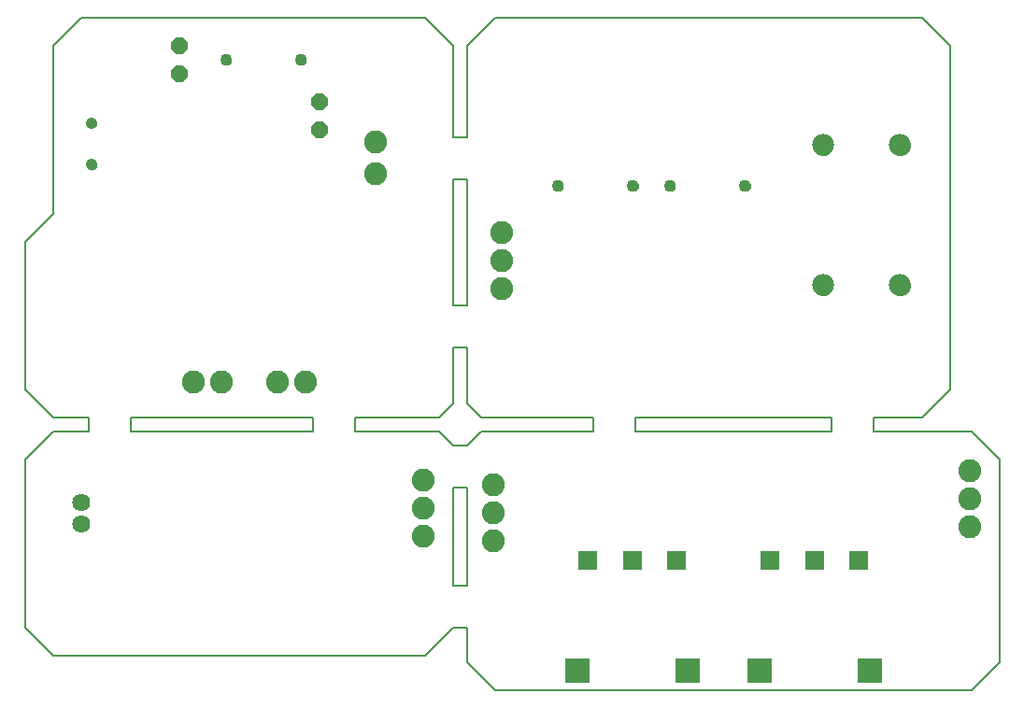
<source format=gbs>
G75*
%MOIN*%
%OFA0B0*%
%FSLAX25Y25*%
%IPPOS*%
%LPD*%
%AMOC8*
5,1,8,0,0,1.08239X$1,22.5*
%
%ADD10C,0.00600*%
%ADD11C,0.08200*%
%ADD12OC8,0.06000*%
%ADD13C,0.06400*%
%ADD14C,0.00000*%
%ADD15C,0.04343*%
%ADD16C,0.07800*%
%ADD17R,0.06737X0.06737*%
%ADD18R,0.09068X0.09068*%
%ADD19C,0.04146*%
D10*
X0018800Y0024459D02*
X0008800Y0034459D01*
X0008800Y0094459D01*
X0018800Y0104459D01*
X0031300Y0104459D01*
X0031300Y0109459D01*
X0018800Y0109459D01*
X0008800Y0119459D01*
X0008800Y0171959D01*
X0018800Y0181959D01*
X0018800Y0241959D01*
X0028800Y0251959D01*
X0151300Y0251959D01*
X0161300Y0241959D01*
X0161300Y0209459D01*
X0166300Y0209459D01*
X0166300Y0241959D01*
X0176300Y0251959D01*
X0328800Y0251959D01*
X0338800Y0241959D01*
X0338800Y0119459D01*
X0328800Y0109459D01*
X0311300Y0109459D01*
X0311300Y0104459D01*
X0346300Y0104459D01*
X0356300Y0094459D01*
X0356300Y0021959D01*
X0346300Y0011959D01*
X0176300Y0011959D01*
X0166300Y0021959D01*
X0166300Y0034459D01*
X0161300Y0034459D01*
X0151300Y0024459D01*
X0018800Y0024459D01*
X0046300Y0104459D02*
X0111300Y0104459D01*
X0111300Y0109459D01*
X0046300Y0109459D01*
X0046300Y0104459D01*
X0126300Y0104459D02*
X0156300Y0104459D01*
X0161300Y0099459D01*
X0166300Y0099459D01*
X0171300Y0104459D01*
X0211300Y0104459D01*
X0211300Y0109459D01*
X0171300Y0109459D01*
X0166300Y0114459D01*
X0166300Y0134459D01*
X0161300Y0134459D01*
X0161300Y0114459D01*
X0156300Y0109459D01*
X0126300Y0109459D01*
X0126300Y0104459D01*
X0161300Y0084459D02*
X0161300Y0049459D01*
X0166300Y0049459D01*
X0166300Y0084459D01*
X0161300Y0084459D01*
X0226300Y0104459D02*
X0296300Y0104459D01*
X0296300Y0109459D01*
X0226300Y0109459D01*
X0226300Y0104459D01*
X0166300Y0149459D02*
X0161300Y0149459D01*
X0161300Y0194459D01*
X0166300Y0194459D01*
X0166300Y0149459D01*
D11*
X0178800Y0155384D03*
X0178800Y0165384D03*
X0178800Y0175384D03*
X0133800Y0196259D03*
X0133800Y0207659D03*
X0108800Y0121959D03*
X0098800Y0121959D03*
X0078800Y0121959D03*
X0068800Y0121959D03*
X0150650Y0086959D03*
X0150650Y0076959D03*
X0150650Y0066959D03*
X0175650Y0065384D03*
X0175650Y0075384D03*
X0175650Y0085384D03*
X0345650Y0090384D03*
X0345650Y0080384D03*
X0345650Y0070384D03*
D12*
X0113800Y0211959D03*
X0113800Y0221959D03*
X0063800Y0231959D03*
X0063800Y0241959D03*
D13*
X0028800Y0079045D03*
X0028800Y0071171D03*
D14*
X0197067Y0191959D02*
X0197069Y0192043D01*
X0197075Y0192126D01*
X0197085Y0192209D01*
X0197099Y0192292D01*
X0197116Y0192374D01*
X0197138Y0192455D01*
X0197163Y0192534D01*
X0197192Y0192613D01*
X0197225Y0192690D01*
X0197261Y0192765D01*
X0197301Y0192839D01*
X0197344Y0192911D01*
X0197391Y0192980D01*
X0197441Y0193047D01*
X0197494Y0193112D01*
X0197550Y0193174D01*
X0197608Y0193234D01*
X0197670Y0193291D01*
X0197734Y0193344D01*
X0197801Y0193395D01*
X0197870Y0193442D01*
X0197941Y0193487D01*
X0198014Y0193527D01*
X0198089Y0193564D01*
X0198166Y0193598D01*
X0198244Y0193628D01*
X0198323Y0193654D01*
X0198404Y0193677D01*
X0198486Y0193695D01*
X0198568Y0193710D01*
X0198651Y0193721D01*
X0198734Y0193728D01*
X0198818Y0193731D01*
X0198902Y0193730D01*
X0198985Y0193725D01*
X0199069Y0193716D01*
X0199151Y0193703D01*
X0199233Y0193687D01*
X0199314Y0193666D01*
X0199395Y0193642D01*
X0199473Y0193614D01*
X0199551Y0193582D01*
X0199627Y0193546D01*
X0199701Y0193507D01*
X0199773Y0193465D01*
X0199843Y0193419D01*
X0199911Y0193370D01*
X0199976Y0193318D01*
X0200039Y0193263D01*
X0200099Y0193205D01*
X0200157Y0193144D01*
X0200211Y0193080D01*
X0200263Y0193014D01*
X0200311Y0192946D01*
X0200356Y0192875D01*
X0200397Y0192802D01*
X0200436Y0192728D01*
X0200470Y0192652D01*
X0200501Y0192574D01*
X0200528Y0192495D01*
X0200552Y0192414D01*
X0200571Y0192333D01*
X0200587Y0192251D01*
X0200599Y0192168D01*
X0200607Y0192084D01*
X0200611Y0192001D01*
X0200611Y0191917D01*
X0200607Y0191834D01*
X0200599Y0191750D01*
X0200587Y0191667D01*
X0200571Y0191585D01*
X0200552Y0191504D01*
X0200528Y0191423D01*
X0200501Y0191344D01*
X0200470Y0191266D01*
X0200436Y0191190D01*
X0200397Y0191116D01*
X0200356Y0191043D01*
X0200311Y0190972D01*
X0200263Y0190904D01*
X0200211Y0190838D01*
X0200157Y0190774D01*
X0200099Y0190713D01*
X0200039Y0190655D01*
X0199976Y0190600D01*
X0199911Y0190548D01*
X0199843Y0190499D01*
X0199773Y0190453D01*
X0199701Y0190411D01*
X0199627Y0190372D01*
X0199551Y0190336D01*
X0199473Y0190304D01*
X0199395Y0190276D01*
X0199314Y0190252D01*
X0199233Y0190231D01*
X0199151Y0190215D01*
X0199069Y0190202D01*
X0198985Y0190193D01*
X0198902Y0190188D01*
X0198818Y0190187D01*
X0198734Y0190190D01*
X0198651Y0190197D01*
X0198568Y0190208D01*
X0198486Y0190223D01*
X0198404Y0190241D01*
X0198323Y0190264D01*
X0198244Y0190290D01*
X0198166Y0190320D01*
X0198089Y0190354D01*
X0198014Y0190391D01*
X0197941Y0190431D01*
X0197870Y0190476D01*
X0197801Y0190523D01*
X0197734Y0190574D01*
X0197670Y0190627D01*
X0197608Y0190684D01*
X0197550Y0190744D01*
X0197494Y0190806D01*
X0197441Y0190871D01*
X0197391Y0190938D01*
X0197344Y0191007D01*
X0197301Y0191079D01*
X0197261Y0191153D01*
X0197225Y0191228D01*
X0197192Y0191305D01*
X0197163Y0191384D01*
X0197138Y0191463D01*
X0197116Y0191544D01*
X0197099Y0191626D01*
X0197085Y0191709D01*
X0197075Y0191792D01*
X0197069Y0191875D01*
X0197067Y0191959D01*
X0223839Y0191959D02*
X0223841Y0192043D01*
X0223847Y0192126D01*
X0223857Y0192209D01*
X0223871Y0192292D01*
X0223888Y0192374D01*
X0223910Y0192455D01*
X0223935Y0192534D01*
X0223964Y0192613D01*
X0223997Y0192690D01*
X0224033Y0192765D01*
X0224073Y0192839D01*
X0224116Y0192911D01*
X0224163Y0192980D01*
X0224213Y0193047D01*
X0224266Y0193112D01*
X0224322Y0193174D01*
X0224380Y0193234D01*
X0224442Y0193291D01*
X0224506Y0193344D01*
X0224573Y0193395D01*
X0224642Y0193442D01*
X0224713Y0193487D01*
X0224786Y0193527D01*
X0224861Y0193564D01*
X0224938Y0193598D01*
X0225016Y0193628D01*
X0225095Y0193654D01*
X0225176Y0193677D01*
X0225258Y0193695D01*
X0225340Y0193710D01*
X0225423Y0193721D01*
X0225506Y0193728D01*
X0225590Y0193731D01*
X0225674Y0193730D01*
X0225757Y0193725D01*
X0225841Y0193716D01*
X0225923Y0193703D01*
X0226005Y0193687D01*
X0226086Y0193666D01*
X0226167Y0193642D01*
X0226245Y0193614D01*
X0226323Y0193582D01*
X0226399Y0193546D01*
X0226473Y0193507D01*
X0226545Y0193465D01*
X0226615Y0193419D01*
X0226683Y0193370D01*
X0226748Y0193318D01*
X0226811Y0193263D01*
X0226871Y0193205D01*
X0226929Y0193144D01*
X0226983Y0193080D01*
X0227035Y0193014D01*
X0227083Y0192946D01*
X0227128Y0192875D01*
X0227169Y0192802D01*
X0227208Y0192728D01*
X0227242Y0192652D01*
X0227273Y0192574D01*
X0227300Y0192495D01*
X0227324Y0192414D01*
X0227343Y0192333D01*
X0227359Y0192251D01*
X0227371Y0192168D01*
X0227379Y0192084D01*
X0227383Y0192001D01*
X0227383Y0191917D01*
X0227379Y0191834D01*
X0227371Y0191750D01*
X0227359Y0191667D01*
X0227343Y0191585D01*
X0227324Y0191504D01*
X0227300Y0191423D01*
X0227273Y0191344D01*
X0227242Y0191266D01*
X0227208Y0191190D01*
X0227169Y0191116D01*
X0227128Y0191043D01*
X0227083Y0190972D01*
X0227035Y0190904D01*
X0226983Y0190838D01*
X0226929Y0190774D01*
X0226871Y0190713D01*
X0226811Y0190655D01*
X0226748Y0190600D01*
X0226683Y0190548D01*
X0226615Y0190499D01*
X0226545Y0190453D01*
X0226473Y0190411D01*
X0226399Y0190372D01*
X0226323Y0190336D01*
X0226245Y0190304D01*
X0226167Y0190276D01*
X0226086Y0190252D01*
X0226005Y0190231D01*
X0225923Y0190215D01*
X0225841Y0190202D01*
X0225757Y0190193D01*
X0225674Y0190188D01*
X0225590Y0190187D01*
X0225506Y0190190D01*
X0225423Y0190197D01*
X0225340Y0190208D01*
X0225258Y0190223D01*
X0225176Y0190241D01*
X0225095Y0190264D01*
X0225016Y0190290D01*
X0224938Y0190320D01*
X0224861Y0190354D01*
X0224786Y0190391D01*
X0224713Y0190431D01*
X0224642Y0190476D01*
X0224573Y0190523D01*
X0224506Y0190574D01*
X0224442Y0190627D01*
X0224380Y0190684D01*
X0224322Y0190744D01*
X0224266Y0190806D01*
X0224213Y0190871D01*
X0224163Y0190938D01*
X0224116Y0191007D01*
X0224073Y0191079D01*
X0224033Y0191153D01*
X0223997Y0191228D01*
X0223964Y0191305D01*
X0223935Y0191384D01*
X0223910Y0191463D01*
X0223888Y0191544D01*
X0223871Y0191626D01*
X0223857Y0191709D01*
X0223847Y0191792D01*
X0223841Y0191875D01*
X0223839Y0191959D01*
X0237067Y0191959D02*
X0237069Y0192043D01*
X0237075Y0192126D01*
X0237085Y0192209D01*
X0237099Y0192292D01*
X0237116Y0192374D01*
X0237138Y0192455D01*
X0237163Y0192534D01*
X0237192Y0192613D01*
X0237225Y0192690D01*
X0237261Y0192765D01*
X0237301Y0192839D01*
X0237344Y0192911D01*
X0237391Y0192980D01*
X0237441Y0193047D01*
X0237494Y0193112D01*
X0237550Y0193174D01*
X0237608Y0193234D01*
X0237670Y0193291D01*
X0237734Y0193344D01*
X0237801Y0193395D01*
X0237870Y0193442D01*
X0237941Y0193487D01*
X0238014Y0193527D01*
X0238089Y0193564D01*
X0238166Y0193598D01*
X0238244Y0193628D01*
X0238323Y0193654D01*
X0238404Y0193677D01*
X0238486Y0193695D01*
X0238568Y0193710D01*
X0238651Y0193721D01*
X0238734Y0193728D01*
X0238818Y0193731D01*
X0238902Y0193730D01*
X0238985Y0193725D01*
X0239069Y0193716D01*
X0239151Y0193703D01*
X0239233Y0193687D01*
X0239314Y0193666D01*
X0239395Y0193642D01*
X0239473Y0193614D01*
X0239551Y0193582D01*
X0239627Y0193546D01*
X0239701Y0193507D01*
X0239773Y0193465D01*
X0239843Y0193419D01*
X0239911Y0193370D01*
X0239976Y0193318D01*
X0240039Y0193263D01*
X0240099Y0193205D01*
X0240157Y0193144D01*
X0240211Y0193080D01*
X0240263Y0193014D01*
X0240311Y0192946D01*
X0240356Y0192875D01*
X0240397Y0192802D01*
X0240436Y0192728D01*
X0240470Y0192652D01*
X0240501Y0192574D01*
X0240528Y0192495D01*
X0240552Y0192414D01*
X0240571Y0192333D01*
X0240587Y0192251D01*
X0240599Y0192168D01*
X0240607Y0192084D01*
X0240611Y0192001D01*
X0240611Y0191917D01*
X0240607Y0191834D01*
X0240599Y0191750D01*
X0240587Y0191667D01*
X0240571Y0191585D01*
X0240552Y0191504D01*
X0240528Y0191423D01*
X0240501Y0191344D01*
X0240470Y0191266D01*
X0240436Y0191190D01*
X0240397Y0191116D01*
X0240356Y0191043D01*
X0240311Y0190972D01*
X0240263Y0190904D01*
X0240211Y0190838D01*
X0240157Y0190774D01*
X0240099Y0190713D01*
X0240039Y0190655D01*
X0239976Y0190600D01*
X0239911Y0190548D01*
X0239843Y0190499D01*
X0239773Y0190453D01*
X0239701Y0190411D01*
X0239627Y0190372D01*
X0239551Y0190336D01*
X0239473Y0190304D01*
X0239395Y0190276D01*
X0239314Y0190252D01*
X0239233Y0190231D01*
X0239151Y0190215D01*
X0239069Y0190202D01*
X0238985Y0190193D01*
X0238902Y0190188D01*
X0238818Y0190187D01*
X0238734Y0190190D01*
X0238651Y0190197D01*
X0238568Y0190208D01*
X0238486Y0190223D01*
X0238404Y0190241D01*
X0238323Y0190264D01*
X0238244Y0190290D01*
X0238166Y0190320D01*
X0238089Y0190354D01*
X0238014Y0190391D01*
X0237941Y0190431D01*
X0237870Y0190476D01*
X0237801Y0190523D01*
X0237734Y0190574D01*
X0237670Y0190627D01*
X0237608Y0190684D01*
X0237550Y0190744D01*
X0237494Y0190806D01*
X0237441Y0190871D01*
X0237391Y0190938D01*
X0237344Y0191007D01*
X0237301Y0191079D01*
X0237261Y0191153D01*
X0237225Y0191228D01*
X0237192Y0191305D01*
X0237163Y0191384D01*
X0237138Y0191463D01*
X0237116Y0191544D01*
X0237099Y0191626D01*
X0237085Y0191709D01*
X0237075Y0191792D01*
X0237069Y0191875D01*
X0237067Y0191959D01*
X0263839Y0191959D02*
X0263841Y0192043D01*
X0263847Y0192126D01*
X0263857Y0192209D01*
X0263871Y0192292D01*
X0263888Y0192374D01*
X0263910Y0192455D01*
X0263935Y0192534D01*
X0263964Y0192613D01*
X0263997Y0192690D01*
X0264033Y0192765D01*
X0264073Y0192839D01*
X0264116Y0192911D01*
X0264163Y0192980D01*
X0264213Y0193047D01*
X0264266Y0193112D01*
X0264322Y0193174D01*
X0264380Y0193234D01*
X0264442Y0193291D01*
X0264506Y0193344D01*
X0264573Y0193395D01*
X0264642Y0193442D01*
X0264713Y0193487D01*
X0264786Y0193527D01*
X0264861Y0193564D01*
X0264938Y0193598D01*
X0265016Y0193628D01*
X0265095Y0193654D01*
X0265176Y0193677D01*
X0265258Y0193695D01*
X0265340Y0193710D01*
X0265423Y0193721D01*
X0265506Y0193728D01*
X0265590Y0193731D01*
X0265674Y0193730D01*
X0265757Y0193725D01*
X0265841Y0193716D01*
X0265923Y0193703D01*
X0266005Y0193687D01*
X0266086Y0193666D01*
X0266167Y0193642D01*
X0266245Y0193614D01*
X0266323Y0193582D01*
X0266399Y0193546D01*
X0266473Y0193507D01*
X0266545Y0193465D01*
X0266615Y0193419D01*
X0266683Y0193370D01*
X0266748Y0193318D01*
X0266811Y0193263D01*
X0266871Y0193205D01*
X0266929Y0193144D01*
X0266983Y0193080D01*
X0267035Y0193014D01*
X0267083Y0192946D01*
X0267128Y0192875D01*
X0267169Y0192802D01*
X0267208Y0192728D01*
X0267242Y0192652D01*
X0267273Y0192574D01*
X0267300Y0192495D01*
X0267324Y0192414D01*
X0267343Y0192333D01*
X0267359Y0192251D01*
X0267371Y0192168D01*
X0267379Y0192084D01*
X0267383Y0192001D01*
X0267383Y0191917D01*
X0267379Y0191834D01*
X0267371Y0191750D01*
X0267359Y0191667D01*
X0267343Y0191585D01*
X0267324Y0191504D01*
X0267300Y0191423D01*
X0267273Y0191344D01*
X0267242Y0191266D01*
X0267208Y0191190D01*
X0267169Y0191116D01*
X0267128Y0191043D01*
X0267083Y0190972D01*
X0267035Y0190904D01*
X0266983Y0190838D01*
X0266929Y0190774D01*
X0266871Y0190713D01*
X0266811Y0190655D01*
X0266748Y0190600D01*
X0266683Y0190548D01*
X0266615Y0190499D01*
X0266545Y0190453D01*
X0266473Y0190411D01*
X0266399Y0190372D01*
X0266323Y0190336D01*
X0266245Y0190304D01*
X0266167Y0190276D01*
X0266086Y0190252D01*
X0266005Y0190231D01*
X0265923Y0190215D01*
X0265841Y0190202D01*
X0265757Y0190193D01*
X0265674Y0190188D01*
X0265590Y0190187D01*
X0265506Y0190190D01*
X0265423Y0190197D01*
X0265340Y0190208D01*
X0265258Y0190223D01*
X0265176Y0190241D01*
X0265095Y0190264D01*
X0265016Y0190290D01*
X0264938Y0190320D01*
X0264861Y0190354D01*
X0264786Y0190391D01*
X0264713Y0190431D01*
X0264642Y0190476D01*
X0264573Y0190523D01*
X0264506Y0190574D01*
X0264442Y0190627D01*
X0264380Y0190684D01*
X0264322Y0190744D01*
X0264266Y0190806D01*
X0264213Y0190871D01*
X0264163Y0190938D01*
X0264116Y0191007D01*
X0264073Y0191079D01*
X0264033Y0191153D01*
X0263997Y0191228D01*
X0263964Y0191305D01*
X0263935Y0191384D01*
X0263910Y0191463D01*
X0263888Y0191544D01*
X0263871Y0191626D01*
X0263857Y0191709D01*
X0263847Y0191792D01*
X0263841Y0191875D01*
X0263839Y0191959D01*
X0289867Y0206486D02*
X0289869Y0206604D01*
X0289875Y0206722D01*
X0289885Y0206840D01*
X0289899Y0206957D01*
X0289917Y0207074D01*
X0289939Y0207191D01*
X0289964Y0207306D01*
X0289994Y0207420D01*
X0290028Y0207534D01*
X0290065Y0207646D01*
X0290106Y0207757D01*
X0290151Y0207866D01*
X0290199Y0207974D01*
X0290251Y0208080D01*
X0290307Y0208185D01*
X0290366Y0208287D01*
X0290428Y0208387D01*
X0290494Y0208485D01*
X0290563Y0208581D01*
X0290636Y0208675D01*
X0290711Y0208766D01*
X0290790Y0208854D01*
X0290871Y0208940D01*
X0290956Y0209023D01*
X0291043Y0209103D01*
X0291132Y0209180D01*
X0291225Y0209254D01*
X0291319Y0209324D01*
X0291416Y0209392D01*
X0291516Y0209456D01*
X0291617Y0209517D01*
X0291720Y0209574D01*
X0291826Y0209628D01*
X0291933Y0209679D01*
X0292041Y0209725D01*
X0292151Y0209768D01*
X0292263Y0209807D01*
X0292376Y0209843D01*
X0292490Y0209874D01*
X0292605Y0209902D01*
X0292720Y0209926D01*
X0292837Y0209946D01*
X0292954Y0209962D01*
X0293072Y0209974D01*
X0293190Y0209982D01*
X0293308Y0209986D01*
X0293426Y0209986D01*
X0293544Y0209982D01*
X0293662Y0209974D01*
X0293780Y0209962D01*
X0293897Y0209946D01*
X0294014Y0209926D01*
X0294129Y0209902D01*
X0294244Y0209874D01*
X0294358Y0209843D01*
X0294471Y0209807D01*
X0294583Y0209768D01*
X0294693Y0209725D01*
X0294801Y0209679D01*
X0294908Y0209628D01*
X0295014Y0209574D01*
X0295117Y0209517D01*
X0295218Y0209456D01*
X0295318Y0209392D01*
X0295415Y0209324D01*
X0295509Y0209254D01*
X0295602Y0209180D01*
X0295691Y0209103D01*
X0295778Y0209023D01*
X0295863Y0208940D01*
X0295944Y0208854D01*
X0296023Y0208766D01*
X0296098Y0208675D01*
X0296171Y0208581D01*
X0296240Y0208485D01*
X0296306Y0208387D01*
X0296368Y0208287D01*
X0296427Y0208185D01*
X0296483Y0208080D01*
X0296535Y0207974D01*
X0296583Y0207866D01*
X0296628Y0207757D01*
X0296669Y0207646D01*
X0296706Y0207534D01*
X0296740Y0207420D01*
X0296770Y0207306D01*
X0296795Y0207191D01*
X0296817Y0207074D01*
X0296835Y0206957D01*
X0296849Y0206840D01*
X0296859Y0206722D01*
X0296865Y0206604D01*
X0296867Y0206486D01*
X0296865Y0206368D01*
X0296859Y0206250D01*
X0296849Y0206132D01*
X0296835Y0206015D01*
X0296817Y0205898D01*
X0296795Y0205781D01*
X0296770Y0205666D01*
X0296740Y0205552D01*
X0296706Y0205438D01*
X0296669Y0205326D01*
X0296628Y0205215D01*
X0296583Y0205106D01*
X0296535Y0204998D01*
X0296483Y0204892D01*
X0296427Y0204787D01*
X0296368Y0204685D01*
X0296306Y0204585D01*
X0296240Y0204487D01*
X0296171Y0204391D01*
X0296098Y0204297D01*
X0296023Y0204206D01*
X0295944Y0204118D01*
X0295863Y0204032D01*
X0295778Y0203949D01*
X0295691Y0203869D01*
X0295602Y0203792D01*
X0295509Y0203718D01*
X0295415Y0203648D01*
X0295318Y0203580D01*
X0295218Y0203516D01*
X0295117Y0203455D01*
X0295014Y0203398D01*
X0294908Y0203344D01*
X0294801Y0203293D01*
X0294693Y0203247D01*
X0294583Y0203204D01*
X0294471Y0203165D01*
X0294358Y0203129D01*
X0294244Y0203098D01*
X0294129Y0203070D01*
X0294014Y0203046D01*
X0293897Y0203026D01*
X0293780Y0203010D01*
X0293662Y0202998D01*
X0293544Y0202990D01*
X0293426Y0202986D01*
X0293308Y0202986D01*
X0293190Y0202990D01*
X0293072Y0202998D01*
X0292954Y0203010D01*
X0292837Y0203026D01*
X0292720Y0203046D01*
X0292605Y0203070D01*
X0292490Y0203098D01*
X0292376Y0203129D01*
X0292263Y0203165D01*
X0292151Y0203204D01*
X0292041Y0203247D01*
X0291933Y0203293D01*
X0291826Y0203344D01*
X0291720Y0203398D01*
X0291617Y0203455D01*
X0291516Y0203516D01*
X0291416Y0203580D01*
X0291319Y0203648D01*
X0291225Y0203718D01*
X0291132Y0203792D01*
X0291043Y0203869D01*
X0290956Y0203949D01*
X0290871Y0204032D01*
X0290790Y0204118D01*
X0290711Y0204206D01*
X0290636Y0204297D01*
X0290563Y0204391D01*
X0290494Y0204487D01*
X0290428Y0204585D01*
X0290366Y0204685D01*
X0290307Y0204787D01*
X0290251Y0204892D01*
X0290199Y0204998D01*
X0290151Y0205106D01*
X0290106Y0205215D01*
X0290065Y0205326D01*
X0290028Y0205438D01*
X0289994Y0205552D01*
X0289964Y0205666D01*
X0289939Y0205781D01*
X0289917Y0205898D01*
X0289899Y0206015D01*
X0289885Y0206132D01*
X0289875Y0206250D01*
X0289869Y0206368D01*
X0289867Y0206486D01*
X0317426Y0206486D02*
X0317428Y0206604D01*
X0317434Y0206722D01*
X0317444Y0206840D01*
X0317458Y0206957D01*
X0317476Y0207074D01*
X0317498Y0207191D01*
X0317523Y0207306D01*
X0317553Y0207420D01*
X0317587Y0207534D01*
X0317624Y0207646D01*
X0317665Y0207757D01*
X0317710Y0207866D01*
X0317758Y0207974D01*
X0317810Y0208080D01*
X0317866Y0208185D01*
X0317925Y0208287D01*
X0317987Y0208387D01*
X0318053Y0208485D01*
X0318122Y0208581D01*
X0318195Y0208675D01*
X0318270Y0208766D01*
X0318349Y0208854D01*
X0318430Y0208940D01*
X0318515Y0209023D01*
X0318602Y0209103D01*
X0318691Y0209180D01*
X0318784Y0209254D01*
X0318878Y0209324D01*
X0318975Y0209392D01*
X0319075Y0209456D01*
X0319176Y0209517D01*
X0319279Y0209574D01*
X0319385Y0209628D01*
X0319492Y0209679D01*
X0319600Y0209725D01*
X0319710Y0209768D01*
X0319822Y0209807D01*
X0319935Y0209843D01*
X0320049Y0209874D01*
X0320164Y0209902D01*
X0320279Y0209926D01*
X0320396Y0209946D01*
X0320513Y0209962D01*
X0320631Y0209974D01*
X0320749Y0209982D01*
X0320867Y0209986D01*
X0320985Y0209986D01*
X0321103Y0209982D01*
X0321221Y0209974D01*
X0321339Y0209962D01*
X0321456Y0209946D01*
X0321573Y0209926D01*
X0321688Y0209902D01*
X0321803Y0209874D01*
X0321917Y0209843D01*
X0322030Y0209807D01*
X0322142Y0209768D01*
X0322252Y0209725D01*
X0322360Y0209679D01*
X0322467Y0209628D01*
X0322573Y0209574D01*
X0322676Y0209517D01*
X0322777Y0209456D01*
X0322877Y0209392D01*
X0322974Y0209324D01*
X0323068Y0209254D01*
X0323161Y0209180D01*
X0323250Y0209103D01*
X0323337Y0209023D01*
X0323422Y0208940D01*
X0323503Y0208854D01*
X0323582Y0208766D01*
X0323657Y0208675D01*
X0323730Y0208581D01*
X0323799Y0208485D01*
X0323865Y0208387D01*
X0323927Y0208287D01*
X0323986Y0208185D01*
X0324042Y0208080D01*
X0324094Y0207974D01*
X0324142Y0207866D01*
X0324187Y0207757D01*
X0324228Y0207646D01*
X0324265Y0207534D01*
X0324299Y0207420D01*
X0324329Y0207306D01*
X0324354Y0207191D01*
X0324376Y0207074D01*
X0324394Y0206957D01*
X0324408Y0206840D01*
X0324418Y0206722D01*
X0324424Y0206604D01*
X0324426Y0206486D01*
X0324424Y0206368D01*
X0324418Y0206250D01*
X0324408Y0206132D01*
X0324394Y0206015D01*
X0324376Y0205898D01*
X0324354Y0205781D01*
X0324329Y0205666D01*
X0324299Y0205552D01*
X0324265Y0205438D01*
X0324228Y0205326D01*
X0324187Y0205215D01*
X0324142Y0205106D01*
X0324094Y0204998D01*
X0324042Y0204892D01*
X0323986Y0204787D01*
X0323927Y0204685D01*
X0323865Y0204585D01*
X0323799Y0204487D01*
X0323730Y0204391D01*
X0323657Y0204297D01*
X0323582Y0204206D01*
X0323503Y0204118D01*
X0323422Y0204032D01*
X0323337Y0203949D01*
X0323250Y0203869D01*
X0323161Y0203792D01*
X0323068Y0203718D01*
X0322974Y0203648D01*
X0322877Y0203580D01*
X0322777Y0203516D01*
X0322676Y0203455D01*
X0322573Y0203398D01*
X0322467Y0203344D01*
X0322360Y0203293D01*
X0322252Y0203247D01*
X0322142Y0203204D01*
X0322030Y0203165D01*
X0321917Y0203129D01*
X0321803Y0203098D01*
X0321688Y0203070D01*
X0321573Y0203046D01*
X0321456Y0203026D01*
X0321339Y0203010D01*
X0321221Y0202998D01*
X0321103Y0202990D01*
X0320985Y0202986D01*
X0320867Y0202986D01*
X0320749Y0202990D01*
X0320631Y0202998D01*
X0320513Y0203010D01*
X0320396Y0203026D01*
X0320279Y0203046D01*
X0320164Y0203070D01*
X0320049Y0203098D01*
X0319935Y0203129D01*
X0319822Y0203165D01*
X0319710Y0203204D01*
X0319600Y0203247D01*
X0319492Y0203293D01*
X0319385Y0203344D01*
X0319279Y0203398D01*
X0319176Y0203455D01*
X0319075Y0203516D01*
X0318975Y0203580D01*
X0318878Y0203648D01*
X0318784Y0203718D01*
X0318691Y0203792D01*
X0318602Y0203869D01*
X0318515Y0203949D01*
X0318430Y0204032D01*
X0318349Y0204118D01*
X0318270Y0204206D01*
X0318195Y0204297D01*
X0318122Y0204391D01*
X0318053Y0204487D01*
X0317987Y0204585D01*
X0317925Y0204685D01*
X0317866Y0204787D01*
X0317810Y0204892D01*
X0317758Y0204998D01*
X0317710Y0205106D01*
X0317665Y0205215D01*
X0317624Y0205326D01*
X0317587Y0205438D01*
X0317553Y0205552D01*
X0317523Y0205666D01*
X0317498Y0205781D01*
X0317476Y0205898D01*
X0317458Y0206015D01*
X0317444Y0206132D01*
X0317434Y0206250D01*
X0317428Y0206368D01*
X0317426Y0206486D01*
X0317426Y0156486D02*
X0317428Y0156604D01*
X0317434Y0156722D01*
X0317444Y0156840D01*
X0317458Y0156957D01*
X0317476Y0157074D01*
X0317498Y0157191D01*
X0317523Y0157306D01*
X0317553Y0157420D01*
X0317587Y0157534D01*
X0317624Y0157646D01*
X0317665Y0157757D01*
X0317710Y0157866D01*
X0317758Y0157974D01*
X0317810Y0158080D01*
X0317866Y0158185D01*
X0317925Y0158287D01*
X0317987Y0158387D01*
X0318053Y0158485D01*
X0318122Y0158581D01*
X0318195Y0158675D01*
X0318270Y0158766D01*
X0318349Y0158854D01*
X0318430Y0158940D01*
X0318515Y0159023D01*
X0318602Y0159103D01*
X0318691Y0159180D01*
X0318784Y0159254D01*
X0318878Y0159324D01*
X0318975Y0159392D01*
X0319075Y0159456D01*
X0319176Y0159517D01*
X0319279Y0159574D01*
X0319385Y0159628D01*
X0319492Y0159679D01*
X0319600Y0159725D01*
X0319710Y0159768D01*
X0319822Y0159807D01*
X0319935Y0159843D01*
X0320049Y0159874D01*
X0320164Y0159902D01*
X0320279Y0159926D01*
X0320396Y0159946D01*
X0320513Y0159962D01*
X0320631Y0159974D01*
X0320749Y0159982D01*
X0320867Y0159986D01*
X0320985Y0159986D01*
X0321103Y0159982D01*
X0321221Y0159974D01*
X0321339Y0159962D01*
X0321456Y0159946D01*
X0321573Y0159926D01*
X0321688Y0159902D01*
X0321803Y0159874D01*
X0321917Y0159843D01*
X0322030Y0159807D01*
X0322142Y0159768D01*
X0322252Y0159725D01*
X0322360Y0159679D01*
X0322467Y0159628D01*
X0322573Y0159574D01*
X0322676Y0159517D01*
X0322777Y0159456D01*
X0322877Y0159392D01*
X0322974Y0159324D01*
X0323068Y0159254D01*
X0323161Y0159180D01*
X0323250Y0159103D01*
X0323337Y0159023D01*
X0323422Y0158940D01*
X0323503Y0158854D01*
X0323582Y0158766D01*
X0323657Y0158675D01*
X0323730Y0158581D01*
X0323799Y0158485D01*
X0323865Y0158387D01*
X0323927Y0158287D01*
X0323986Y0158185D01*
X0324042Y0158080D01*
X0324094Y0157974D01*
X0324142Y0157866D01*
X0324187Y0157757D01*
X0324228Y0157646D01*
X0324265Y0157534D01*
X0324299Y0157420D01*
X0324329Y0157306D01*
X0324354Y0157191D01*
X0324376Y0157074D01*
X0324394Y0156957D01*
X0324408Y0156840D01*
X0324418Y0156722D01*
X0324424Y0156604D01*
X0324426Y0156486D01*
X0324424Y0156368D01*
X0324418Y0156250D01*
X0324408Y0156132D01*
X0324394Y0156015D01*
X0324376Y0155898D01*
X0324354Y0155781D01*
X0324329Y0155666D01*
X0324299Y0155552D01*
X0324265Y0155438D01*
X0324228Y0155326D01*
X0324187Y0155215D01*
X0324142Y0155106D01*
X0324094Y0154998D01*
X0324042Y0154892D01*
X0323986Y0154787D01*
X0323927Y0154685D01*
X0323865Y0154585D01*
X0323799Y0154487D01*
X0323730Y0154391D01*
X0323657Y0154297D01*
X0323582Y0154206D01*
X0323503Y0154118D01*
X0323422Y0154032D01*
X0323337Y0153949D01*
X0323250Y0153869D01*
X0323161Y0153792D01*
X0323068Y0153718D01*
X0322974Y0153648D01*
X0322877Y0153580D01*
X0322777Y0153516D01*
X0322676Y0153455D01*
X0322573Y0153398D01*
X0322467Y0153344D01*
X0322360Y0153293D01*
X0322252Y0153247D01*
X0322142Y0153204D01*
X0322030Y0153165D01*
X0321917Y0153129D01*
X0321803Y0153098D01*
X0321688Y0153070D01*
X0321573Y0153046D01*
X0321456Y0153026D01*
X0321339Y0153010D01*
X0321221Y0152998D01*
X0321103Y0152990D01*
X0320985Y0152986D01*
X0320867Y0152986D01*
X0320749Y0152990D01*
X0320631Y0152998D01*
X0320513Y0153010D01*
X0320396Y0153026D01*
X0320279Y0153046D01*
X0320164Y0153070D01*
X0320049Y0153098D01*
X0319935Y0153129D01*
X0319822Y0153165D01*
X0319710Y0153204D01*
X0319600Y0153247D01*
X0319492Y0153293D01*
X0319385Y0153344D01*
X0319279Y0153398D01*
X0319176Y0153455D01*
X0319075Y0153516D01*
X0318975Y0153580D01*
X0318878Y0153648D01*
X0318784Y0153718D01*
X0318691Y0153792D01*
X0318602Y0153869D01*
X0318515Y0153949D01*
X0318430Y0154032D01*
X0318349Y0154118D01*
X0318270Y0154206D01*
X0318195Y0154297D01*
X0318122Y0154391D01*
X0318053Y0154487D01*
X0317987Y0154585D01*
X0317925Y0154685D01*
X0317866Y0154787D01*
X0317810Y0154892D01*
X0317758Y0154998D01*
X0317710Y0155106D01*
X0317665Y0155215D01*
X0317624Y0155326D01*
X0317587Y0155438D01*
X0317553Y0155552D01*
X0317523Y0155666D01*
X0317498Y0155781D01*
X0317476Y0155898D01*
X0317458Y0156015D01*
X0317444Y0156132D01*
X0317434Y0156250D01*
X0317428Y0156368D01*
X0317426Y0156486D01*
X0289867Y0156486D02*
X0289869Y0156604D01*
X0289875Y0156722D01*
X0289885Y0156840D01*
X0289899Y0156957D01*
X0289917Y0157074D01*
X0289939Y0157191D01*
X0289964Y0157306D01*
X0289994Y0157420D01*
X0290028Y0157534D01*
X0290065Y0157646D01*
X0290106Y0157757D01*
X0290151Y0157866D01*
X0290199Y0157974D01*
X0290251Y0158080D01*
X0290307Y0158185D01*
X0290366Y0158287D01*
X0290428Y0158387D01*
X0290494Y0158485D01*
X0290563Y0158581D01*
X0290636Y0158675D01*
X0290711Y0158766D01*
X0290790Y0158854D01*
X0290871Y0158940D01*
X0290956Y0159023D01*
X0291043Y0159103D01*
X0291132Y0159180D01*
X0291225Y0159254D01*
X0291319Y0159324D01*
X0291416Y0159392D01*
X0291516Y0159456D01*
X0291617Y0159517D01*
X0291720Y0159574D01*
X0291826Y0159628D01*
X0291933Y0159679D01*
X0292041Y0159725D01*
X0292151Y0159768D01*
X0292263Y0159807D01*
X0292376Y0159843D01*
X0292490Y0159874D01*
X0292605Y0159902D01*
X0292720Y0159926D01*
X0292837Y0159946D01*
X0292954Y0159962D01*
X0293072Y0159974D01*
X0293190Y0159982D01*
X0293308Y0159986D01*
X0293426Y0159986D01*
X0293544Y0159982D01*
X0293662Y0159974D01*
X0293780Y0159962D01*
X0293897Y0159946D01*
X0294014Y0159926D01*
X0294129Y0159902D01*
X0294244Y0159874D01*
X0294358Y0159843D01*
X0294471Y0159807D01*
X0294583Y0159768D01*
X0294693Y0159725D01*
X0294801Y0159679D01*
X0294908Y0159628D01*
X0295014Y0159574D01*
X0295117Y0159517D01*
X0295218Y0159456D01*
X0295318Y0159392D01*
X0295415Y0159324D01*
X0295509Y0159254D01*
X0295602Y0159180D01*
X0295691Y0159103D01*
X0295778Y0159023D01*
X0295863Y0158940D01*
X0295944Y0158854D01*
X0296023Y0158766D01*
X0296098Y0158675D01*
X0296171Y0158581D01*
X0296240Y0158485D01*
X0296306Y0158387D01*
X0296368Y0158287D01*
X0296427Y0158185D01*
X0296483Y0158080D01*
X0296535Y0157974D01*
X0296583Y0157866D01*
X0296628Y0157757D01*
X0296669Y0157646D01*
X0296706Y0157534D01*
X0296740Y0157420D01*
X0296770Y0157306D01*
X0296795Y0157191D01*
X0296817Y0157074D01*
X0296835Y0156957D01*
X0296849Y0156840D01*
X0296859Y0156722D01*
X0296865Y0156604D01*
X0296867Y0156486D01*
X0296865Y0156368D01*
X0296859Y0156250D01*
X0296849Y0156132D01*
X0296835Y0156015D01*
X0296817Y0155898D01*
X0296795Y0155781D01*
X0296770Y0155666D01*
X0296740Y0155552D01*
X0296706Y0155438D01*
X0296669Y0155326D01*
X0296628Y0155215D01*
X0296583Y0155106D01*
X0296535Y0154998D01*
X0296483Y0154892D01*
X0296427Y0154787D01*
X0296368Y0154685D01*
X0296306Y0154585D01*
X0296240Y0154487D01*
X0296171Y0154391D01*
X0296098Y0154297D01*
X0296023Y0154206D01*
X0295944Y0154118D01*
X0295863Y0154032D01*
X0295778Y0153949D01*
X0295691Y0153869D01*
X0295602Y0153792D01*
X0295509Y0153718D01*
X0295415Y0153648D01*
X0295318Y0153580D01*
X0295218Y0153516D01*
X0295117Y0153455D01*
X0295014Y0153398D01*
X0294908Y0153344D01*
X0294801Y0153293D01*
X0294693Y0153247D01*
X0294583Y0153204D01*
X0294471Y0153165D01*
X0294358Y0153129D01*
X0294244Y0153098D01*
X0294129Y0153070D01*
X0294014Y0153046D01*
X0293897Y0153026D01*
X0293780Y0153010D01*
X0293662Y0152998D01*
X0293544Y0152990D01*
X0293426Y0152986D01*
X0293308Y0152986D01*
X0293190Y0152990D01*
X0293072Y0152998D01*
X0292954Y0153010D01*
X0292837Y0153026D01*
X0292720Y0153046D01*
X0292605Y0153070D01*
X0292490Y0153098D01*
X0292376Y0153129D01*
X0292263Y0153165D01*
X0292151Y0153204D01*
X0292041Y0153247D01*
X0291933Y0153293D01*
X0291826Y0153344D01*
X0291720Y0153398D01*
X0291617Y0153455D01*
X0291516Y0153516D01*
X0291416Y0153580D01*
X0291319Y0153648D01*
X0291225Y0153718D01*
X0291132Y0153792D01*
X0291043Y0153869D01*
X0290956Y0153949D01*
X0290871Y0154032D01*
X0290790Y0154118D01*
X0290711Y0154206D01*
X0290636Y0154297D01*
X0290563Y0154391D01*
X0290494Y0154487D01*
X0290428Y0154585D01*
X0290366Y0154685D01*
X0290307Y0154787D01*
X0290251Y0154892D01*
X0290199Y0154998D01*
X0290151Y0155106D01*
X0290106Y0155215D01*
X0290065Y0155326D01*
X0290028Y0155438D01*
X0289994Y0155552D01*
X0289964Y0155666D01*
X0289939Y0155781D01*
X0289917Y0155898D01*
X0289899Y0156015D01*
X0289885Y0156132D01*
X0289875Y0156250D01*
X0289869Y0156368D01*
X0289867Y0156486D01*
X0105414Y0236959D02*
X0105416Y0237043D01*
X0105422Y0237126D01*
X0105432Y0237209D01*
X0105446Y0237292D01*
X0105463Y0237374D01*
X0105485Y0237455D01*
X0105510Y0237534D01*
X0105539Y0237613D01*
X0105572Y0237690D01*
X0105608Y0237765D01*
X0105648Y0237839D01*
X0105691Y0237911D01*
X0105738Y0237980D01*
X0105788Y0238047D01*
X0105841Y0238112D01*
X0105897Y0238174D01*
X0105955Y0238234D01*
X0106017Y0238291D01*
X0106081Y0238344D01*
X0106148Y0238395D01*
X0106217Y0238442D01*
X0106288Y0238487D01*
X0106361Y0238527D01*
X0106436Y0238564D01*
X0106513Y0238598D01*
X0106591Y0238628D01*
X0106670Y0238654D01*
X0106751Y0238677D01*
X0106833Y0238695D01*
X0106915Y0238710D01*
X0106998Y0238721D01*
X0107081Y0238728D01*
X0107165Y0238731D01*
X0107249Y0238730D01*
X0107332Y0238725D01*
X0107416Y0238716D01*
X0107498Y0238703D01*
X0107580Y0238687D01*
X0107661Y0238666D01*
X0107742Y0238642D01*
X0107820Y0238614D01*
X0107898Y0238582D01*
X0107974Y0238546D01*
X0108048Y0238507D01*
X0108120Y0238465D01*
X0108190Y0238419D01*
X0108258Y0238370D01*
X0108323Y0238318D01*
X0108386Y0238263D01*
X0108446Y0238205D01*
X0108504Y0238144D01*
X0108558Y0238080D01*
X0108610Y0238014D01*
X0108658Y0237946D01*
X0108703Y0237875D01*
X0108744Y0237802D01*
X0108783Y0237728D01*
X0108817Y0237652D01*
X0108848Y0237574D01*
X0108875Y0237495D01*
X0108899Y0237414D01*
X0108918Y0237333D01*
X0108934Y0237251D01*
X0108946Y0237168D01*
X0108954Y0237084D01*
X0108958Y0237001D01*
X0108958Y0236917D01*
X0108954Y0236834D01*
X0108946Y0236750D01*
X0108934Y0236667D01*
X0108918Y0236585D01*
X0108899Y0236504D01*
X0108875Y0236423D01*
X0108848Y0236344D01*
X0108817Y0236266D01*
X0108783Y0236190D01*
X0108744Y0236116D01*
X0108703Y0236043D01*
X0108658Y0235972D01*
X0108610Y0235904D01*
X0108558Y0235838D01*
X0108504Y0235774D01*
X0108446Y0235713D01*
X0108386Y0235655D01*
X0108323Y0235600D01*
X0108258Y0235548D01*
X0108190Y0235499D01*
X0108120Y0235453D01*
X0108048Y0235411D01*
X0107974Y0235372D01*
X0107898Y0235336D01*
X0107820Y0235304D01*
X0107742Y0235276D01*
X0107661Y0235252D01*
X0107580Y0235231D01*
X0107498Y0235215D01*
X0107416Y0235202D01*
X0107332Y0235193D01*
X0107249Y0235188D01*
X0107165Y0235187D01*
X0107081Y0235190D01*
X0106998Y0235197D01*
X0106915Y0235208D01*
X0106833Y0235223D01*
X0106751Y0235241D01*
X0106670Y0235264D01*
X0106591Y0235290D01*
X0106513Y0235320D01*
X0106436Y0235354D01*
X0106361Y0235391D01*
X0106288Y0235431D01*
X0106217Y0235476D01*
X0106148Y0235523D01*
X0106081Y0235574D01*
X0106017Y0235627D01*
X0105955Y0235684D01*
X0105897Y0235744D01*
X0105841Y0235806D01*
X0105788Y0235871D01*
X0105738Y0235938D01*
X0105691Y0236007D01*
X0105648Y0236079D01*
X0105608Y0236153D01*
X0105572Y0236228D01*
X0105539Y0236305D01*
X0105510Y0236384D01*
X0105485Y0236463D01*
X0105463Y0236544D01*
X0105446Y0236626D01*
X0105432Y0236709D01*
X0105422Y0236792D01*
X0105416Y0236875D01*
X0105414Y0236959D01*
X0078642Y0236959D02*
X0078644Y0237043D01*
X0078650Y0237126D01*
X0078660Y0237209D01*
X0078674Y0237292D01*
X0078691Y0237374D01*
X0078713Y0237455D01*
X0078738Y0237534D01*
X0078767Y0237613D01*
X0078800Y0237690D01*
X0078836Y0237765D01*
X0078876Y0237839D01*
X0078919Y0237911D01*
X0078966Y0237980D01*
X0079016Y0238047D01*
X0079069Y0238112D01*
X0079125Y0238174D01*
X0079183Y0238234D01*
X0079245Y0238291D01*
X0079309Y0238344D01*
X0079376Y0238395D01*
X0079445Y0238442D01*
X0079516Y0238487D01*
X0079589Y0238527D01*
X0079664Y0238564D01*
X0079741Y0238598D01*
X0079819Y0238628D01*
X0079898Y0238654D01*
X0079979Y0238677D01*
X0080061Y0238695D01*
X0080143Y0238710D01*
X0080226Y0238721D01*
X0080309Y0238728D01*
X0080393Y0238731D01*
X0080477Y0238730D01*
X0080560Y0238725D01*
X0080644Y0238716D01*
X0080726Y0238703D01*
X0080808Y0238687D01*
X0080889Y0238666D01*
X0080970Y0238642D01*
X0081048Y0238614D01*
X0081126Y0238582D01*
X0081202Y0238546D01*
X0081276Y0238507D01*
X0081348Y0238465D01*
X0081418Y0238419D01*
X0081486Y0238370D01*
X0081551Y0238318D01*
X0081614Y0238263D01*
X0081674Y0238205D01*
X0081732Y0238144D01*
X0081786Y0238080D01*
X0081838Y0238014D01*
X0081886Y0237946D01*
X0081931Y0237875D01*
X0081972Y0237802D01*
X0082011Y0237728D01*
X0082045Y0237652D01*
X0082076Y0237574D01*
X0082103Y0237495D01*
X0082127Y0237414D01*
X0082146Y0237333D01*
X0082162Y0237251D01*
X0082174Y0237168D01*
X0082182Y0237084D01*
X0082186Y0237001D01*
X0082186Y0236917D01*
X0082182Y0236834D01*
X0082174Y0236750D01*
X0082162Y0236667D01*
X0082146Y0236585D01*
X0082127Y0236504D01*
X0082103Y0236423D01*
X0082076Y0236344D01*
X0082045Y0236266D01*
X0082011Y0236190D01*
X0081972Y0236116D01*
X0081931Y0236043D01*
X0081886Y0235972D01*
X0081838Y0235904D01*
X0081786Y0235838D01*
X0081732Y0235774D01*
X0081674Y0235713D01*
X0081614Y0235655D01*
X0081551Y0235600D01*
X0081486Y0235548D01*
X0081418Y0235499D01*
X0081348Y0235453D01*
X0081276Y0235411D01*
X0081202Y0235372D01*
X0081126Y0235336D01*
X0081048Y0235304D01*
X0080970Y0235276D01*
X0080889Y0235252D01*
X0080808Y0235231D01*
X0080726Y0235215D01*
X0080644Y0235202D01*
X0080560Y0235193D01*
X0080477Y0235188D01*
X0080393Y0235187D01*
X0080309Y0235190D01*
X0080226Y0235197D01*
X0080143Y0235208D01*
X0080061Y0235223D01*
X0079979Y0235241D01*
X0079898Y0235264D01*
X0079819Y0235290D01*
X0079741Y0235320D01*
X0079664Y0235354D01*
X0079589Y0235391D01*
X0079516Y0235431D01*
X0079445Y0235476D01*
X0079376Y0235523D01*
X0079309Y0235574D01*
X0079245Y0235627D01*
X0079183Y0235684D01*
X0079125Y0235744D01*
X0079069Y0235806D01*
X0079016Y0235871D01*
X0078966Y0235938D01*
X0078919Y0236007D01*
X0078876Y0236079D01*
X0078836Y0236153D01*
X0078800Y0236228D01*
X0078767Y0236305D01*
X0078738Y0236384D01*
X0078713Y0236463D01*
X0078691Y0236544D01*
X0078674Y0236626D01*
X0078660Y0236709D01*
X0078650Y0236792D01*
X0078644Y0236875D01*
X0078642Y0236959D01*
X0030788Y0214439D02*
X0030790Y0214520D01*
X0030796Y0214602D01*
X0030806Y0214683D01*
X0030820Y0214763D01*
X0030837Y0214842D01*
X0030859Y0214921D01*
X0030884Y0214998D01*
X0030913Y0215075D01*
X0030946Y0215149D01*
X0030983Y0215222D01*
X0031022Y0215293D01*
X0031066Y0215362D01*
X0031112Y0215429D01*
X0031162Y0215493D01*
X0031215Y0215555D01*
X0031271Y0215615D01*
X0031329Y0215671D01*
X0031391Y0215725D01*
X0031455Y0215776D01*
X0031521Y0215823D01*
X0031589Y0215867D01*
X0031660Y0215908D01*
X0031732Y0215945D01*
X0031807Y0215979D01*
X0031882Y0216009D01*
X0031960Y0216035D01*
X0032038Y0216058D01*
X0032117Y0216076D01*
X0032197Y0216091D01*
X0032278Y0216102D01*
X0032359Y0216109D01*
X0032441Y0216112D01*
X0032522Y0216111D01*
X0032603Y0216106D01*
X0032684Y0216097D01*
X0032765Y0216084D01*
X0032845Y0216067D01*
X0032923Y0216047D01*
X0033001Y0216022D01*
X0033078Y0215994D01*
X0033153Y0215962D01*
X0033226Y0215927D01*
X0033297Y0215888D01*
X0033367Y0215845D01*
X0033434Y0215800D01*
X0033500Y0215751D01*
X0033562Y0215699D01*
X0033622Y0215643D01*
X0033679Y0215585D01*
X0033734Y0215525D01*
X0033785Y0215461D01*
X0033833Y0215396D01*
X0033878Y0215328D01*
X0033920Y0215258D01*
X0033958Y0215186D01*
X0033993Y0215112D01*
X0034024Y0215037D01*
X0034051Y0214960D01*
X0034074Y0214882D01*
X0034094Y0214803D01*
X0034110Y0214723D01*
X0034122Y0214642D01*
X0034130Y0214561D01*
X0034134Y0214480D01*
X0034134Y0214398D01*
X0034130Y0214317D01*
X0034122Y0214236D01*
X0034110Y0214155D01*
X0034094Y0214075D01*
X0034074Y0213996D01*
X0034051Y0213918D01*
X0034024Y0213841D01*
X0033993Y0213766D01*
X0033958Y0213692D01*
X0033920Y0213620D01*
X0033878Y0213550D01*
X0033833Y0213482D01*
X0033785Y0213417D01*
X0033734Y0213353D01*
X0033679Y0213293D01*
X0033622Y0213235D01*
X0033562Y0213179D01*
X0033500Y0213127D01*
X0033434Y0213078D01*
X0033367Y0213033D01*
X0033298Y0212990D01*
X0033226Y0212951D01*
X0033153Y0212916D01*
X0033078Y0212884D01*
X0033001Y0212856D01*
X0032923Y0212831D01*
X0032845Y0212811D01*
X0032765Y0212794D01*
X0032684Y0212781D01*
X0032603Y0212772D01*
X0032522Y0212767D01*
X0032441Y0212766D01*
X0032359Y0212769D01*
X0032278Y0212776D01*
X0032197Y0212787D01*
X0032117Y0212802D01*
X0032038Y0212820D01*
X0031960Y0212843D01*
X0031882Y0212869D01*
X0031807Y0212899D01*
X0031732Y0212933D01*
X0031660Y0212970D01*
X0031589Y0213011D01*
X0031521Y0213055D01*
X0031455Y0213102D01*
X0031391Y0213153D01*
X0031329Y0213207D01*
X0031271Y0213263D01*
X0031215Y0213323D01*
X0031162Y0213385D01*
X0031112Y0213449D01*
X0031066Y0213516D01*
X0031022Y0213585D01*
X0030983Y0213656D01*
X0030946Y0213729D01*
X0030913Y0213803D01*
X0030884Y0213880D01*
X0030859Y0213957D01*
X0030837Y0214036D01*
X0030820Y0214115D01*
X0030806Y0214195D01*
X0030796Y0214276D01*
X0030790Y0214358D01*
X0030788Y0214439D01*
X0030788Y0199478D02*
X0030790Y0199559D01*
X0030796Y0199641D01*
X0030806Y0199722D01*
X0030820Y0199802D01*
X0030837Y0199881D01*
X0030859Y0199960D01*
X0030884Y0200037D01*
X0030913Y0200114D01*
X0030946Y0200188D01*
X0030983Y0200261D01*
X0031022Y0200332D01*
X0031066Y0200401D01*
X0031112Y0200468D01*
X0031162Y0200532D01*
X0031215Y0200594D01*
X0031271Y0200654D01*
X0031329Y0200710D01*
X0031391Y0200764D01*
X0031455Y0200815D01*
X0031521Y0200862D01*
X0031589Y0200906D01*
X0031660Y0200947D01*
X0031732Y0200984D01*
X0031807Y0201018D01*
X0031882Y0201048D01*
X0031960Y0201074D01*
X0032038Y0201097D01*
X0032117Y0201115D01*
X0032197Y0201130D01*
X0032278Y0201141D01*
X0032359Y0201148D01*
X0032441Y0201151D01*
X0032522Y0201150D01*
X0032603Y0201145D01*
X0032684Y0201136D01*
X0032765Y0201123D01*
X0032845Y0201106D01*
X0032923Y0201086D01*
X0033001Y0201061D01*
X0033078Y0201033D01*
X0033153Y0201001D01*
X0033226Y0200966D01*
X0033297Y0200927D01*
X0033367Y0200884D01*
X0033434Y0200839D01*
X0033500Y0200790D01*
X0033562Y0200738D01*
X0033622Y0200682D01*
X0033679Y0200624D01*
X0033734Y0200564D01*
X0033785Y0200500D01*
X0033833Y0200435D01*
X0033878Y0200367D01*
X0033920Y0200297D01*
X0033958Y0200225D01*
X0033993Y0200151D01*
X0034024Y0200076D01*
X0034051Y0199999D01*
X0034074Y0199921D01*
X0034094Y0199842D01*
X0034110Y0199762D01*
X0034122Y0199681D01*
X0034130Y0199600D01*
X0034134Y0199519D01*
X0034134Y0199437D01*
X0034130Y0199356D01*
X0034122Y0199275D01*
X0034110Y0199194D01*
X0034094Y0199114D01*
X0034074Y0199035D01*
X0034051Y0198957D01*
X0034024Y0198880D01*
X0033993Y0198805D01*
X0033958Y0198731D01*
X0033920Y0198659D01*
X0033878Y0198589D01*
X0033833Y0198521D01*
X0033785Y0198456D01*
X0033734Y0198392D01*
X0033679Y0198332D01*
X0033622Y0198274D01*
X0033562Y0198218D01*
X0033500Y0198166D01*
X0033434Y0198117D01*
X0033367Y0198072D01*
X0033298Y0198029D01*
X0033226Y0197990D01*
X0033153Y0197955D01*
X0033078Y0197923D01*
X0033001Y0197895D01*
X0032923Y0197870D01*
X0032845Y0197850D01*
X0032765Y0197833D01*
X0032684Y0197820D01*
X0032603Y0197811D01*
X0032522Y0197806D01*
X0032441Y0197805D01*
X0032359Y0197808D01*
X0032278Y0197815D01*
X0032197Y0197826D01*
X0032117Y0197841D01*
X0032038Y0197859D01*
X0031960Y0197882D01*
X0031882Y0197908D01*
X0031807Y0197938D01*
X0031732Y0197972D01*
X0031660Y0198009D01*
X0031589Y0198050D01*
X0031521Y0198094D01*
X0031455Y0198141D01*
X0031391Y0198192D01*
X0031329Y0198246D01*
X0031271Y0198302D01*
X0031215Y0198362D01*
X0031162Y0198424D01*
X0031112Y0198488D01*
X0031066Y0198555D01*
X0031022Y0198624D01*
X0030983Y0198695D01*
X0030946Y0198768D01*
X0030913Y0198842D01*
X0030884Y0198919D01*
X0030859Y0198996D01*
X0030837Y0199075D01*
X0030820Y0199154D01*
X0030806Y0199234D01*
X0030796Y0199315D01*
X0030790Y0199397D01*
X0030788Y0199478D01*
D15*
X0080414Y0236959D03*
X0107186Y0236959D03*
X0198839Y0191959D03*
X0225611Y0191959D03*
X0238839Y0191959D03*
X0265611Y0191959D03*
D16*
X0293367Y0206486D03*
X0320926Y0206486D03*
X0320926Y0156486D03*
X0293367Y0156486D03*
D17*
X0290375Y0058337D03*
X0274627Y0058337D03*
X0306123Y0058337D03*
X0241123Y0058337D03*
X0225375Y0058337D03*
X0209627Y0058337D03*
D18*
X0205690Y0018967D03*
X0245060Y0018967D03*
X0270690Y0018967D03*
X0310060Y0018967D03*
D19*
X0032461Y0199478D03*
X0032461Y0214439D03*
M02*

</source>
